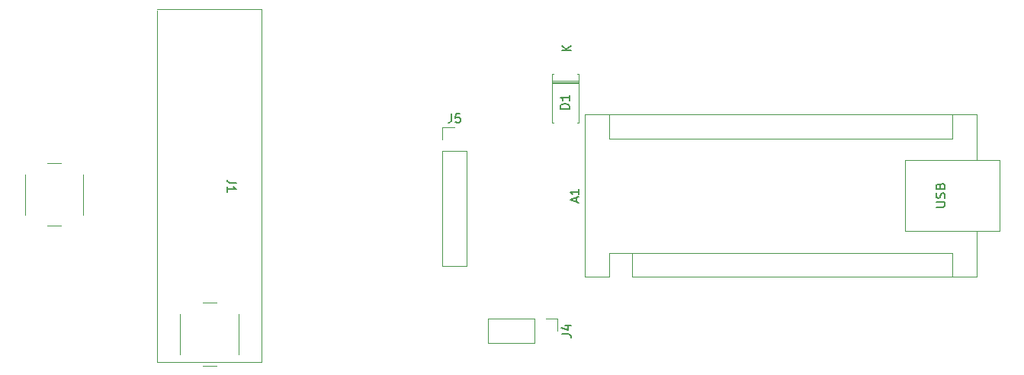
<source format=gbr>
%TF.GenerationSoftware,KiCad,Pcbnew,(6.0.9-0)*%
%TF.CreationDate,2023-02-24T22:58:19+01:00*%
%TF.ProjectId,FilamentSpoolScale,46696c61-6d65-46e7-9453-706f6f6c5363,rev?*%
%TF.SameCoordinates,Original*%
%TF.FileFunction,Legend,Top*%
%TF.FilePolarity,Positive*%
%FSLAX46Y46*%
G04 Gerber Fmt 4.6, Leading zero omitted, Abs format (unit mm)*
G04 Created by KiCad (PCBNEW (6.0.9-0)) date 2023-02-24 22:58:19*
%MOMM*%
%LPD*%
G01*
G04 APERTURE LIST*
%ADD10C,0.150000*%
%ADD11C,0.120000*%
G04 APERTURE END LIST*
D10*
%TO.C,A1*%
X87536666Y-48094285D02*
X87536666Y-47618095D01*
X87822380Y-48189523D02*
X86822380Y-47856190D01*
X87822380Y-47522857D01*
X87822380Y-46665714D02*
X87822380Y-47237142D01*
X87822380Y-46951428D02*
X86822380Y-46951428D01*
X86965238Y-47046666D01*
X87060476Y-47141904D01*
X87108095Y-47237142D01*
X127462380Y-48641904D02*
X128271904Y-48641904D01*
X128367142Y-48594285D01*
X128414761Y-48546666D01*
X128462380Y-48451428D01*
X128462380Y-48260952D01*
X128414761Y-48165714D01*
X128367142Y-48118095D01*
X128271904Y-48070476D01*
X127462380Y-48070476D01*
X128414761Y-47641904D02*
X128462380Y-47499047D01*
X128462380Y-47260952D01*
X128414761Y-47165714D01*
X128367142Y-47118095D01*
X128271904Y-47070476D01*
X128176666Y-47070476D01*
X128081428Y-47118095D01*
X128033809Y-47165714D01*
X127986190Y-47260952D01*
X127938571Y-47451428D01*
X127890952Y-47546666D01*
X127843333Y-47594285D01*
X127748095Y-47641904D01*
X127652857Y-47641904D01*
X127557619Y-47594285D01*
X127510000Y-47546666D01*
X127462380Y-47451428D01*
X127462380Y-47213333D01*
X127510000Y-47070476D01*
X127938571Y-46308571D02*
X127986190Y-46165714D01*
X128033809Y-46118095D01*
X128129047Y-46070476D01*
X128271904Y-46070476D01*
X128367142Y-46118095D01*
X128414761Y-46165714D01*
X128462380Y-46260952D01*
X128462380Y-46641904D01*
X127462380Y-46641904D01*
X127462380Y-46308571D01*
X127510000Y-46213333D01*
X127557619Y-46165714D01*
X127652857Y-46118095D01*
X127748095Y-46118095D01*
X127843333Y-46165714D01*
X127890952Y-46213333D01*
X127938571Y-46308571D01*
X127938571Y-46641904D01*
%TO.C,J1*%
X49747619Y-45966666D02*
X49033333Y-45966666D01*
X48890476Y-45919047D01*
X48795238Y-45823809D01*
X48747619Y-45680952D01*
X48747619Y-45585714D01*
X48747619Y-46966666D02*
X48747619Y-46395238D01*
X48747619Y-46680952D02*
X49747619Y-46680952D01*
X49604761Y-46585714D01*
X49509523Y-46490476D01*
X49461904Y-46395238D01*
%TO.C,D1*%
X86752380Y-37738095D02*
X85752380Y-37738095D01*
X85752380Y-37500000D01*
X85800000Y-37357142D01*
X85895238Y-37261904D01*
X85990476Y-37214285D01*
X86180952Y-37166666D01*
X86323809Y-37166666D01*
X86514285Y-37214285D01*
X86609523Y-37261904D01*
X86704761Y-37357142D01*
X86752380Y-37500000D01*
X86752380Y-37738095D01*
X86752380Y-36214285D02*
X86752380Y-36785714D01*
X86752380Y-36500000D02*
X85752380Y-36500000D01*
X85895238Y-36595238D01*
X85990476Y-36690476D01*
X86038095Y-36785714D01*
X86952380Y-31261904D02*
X85952380Y-31261904D01*
X86952380Y-30690476D02*
X86380952Y-31119047D01*
X85952380Y-30690476D02*
X86523809Y-31261904D01*
%TO.C,J5*%
X73666666Y-38272380D02*
X73666666Y-38986666D01*
X73619047Y-39129523D01*
X73523809Y-39224761D01*
X73380952Y-39272380D01*
X73285714Y-39272380D01*
X74619047Y-38272380D02*
X74142857Y-38272380D01*
X74095238Y-38748571D01*
X74142857Y-38700952D01*
X74238095Y-38653333D01*
X74476190Y-38653333D01*
X74571428Y-38700952D01*
X74619047Y-38748571D01*
X74666666Y-38843809D01*
X74666666Y-39081904D01*
X74619047Y-39177142D01*
X74571428Y-39224761D01*
X74476190Y-39272380D01*
X74238095Y-39272380D01*
X74142857Y-39224761D01*
X74095238Y-39177142D01*
%TO.C,J4*%
X85907380Y-62733333D02*
X86621666Y-62733333D01*
X86764523Y-62780952D01*
X86859761Y-62876190D01*
X86907380Y-63019047D01*
X86907380Y-63114285D01*
X86240714Y-61828571D02*
X86907380Y-61828571D01*
X85859761Y-62066666D02*
X86574047Y-62304761D01*
X86574047Y-61685714D01*
D11*
%TO.C,A1*%
X124070000Y-43440000D02*
X134490000Y-43440000D01*
X129280000Y-53730000D02*
X129280000Y-56400000D01*
X124070000Y-51320000D02*
X124070000Y-43440000D01*
X91180000Y-41030000D02*
X129280000Y-41030000D01*
X88510000Y-56400000D02*
X91180000Y-56400000D01*
X134490000Y-43440000D02*
X134490000Y-51320000D01*
X93720000Y-53730000D02*
X129280000Y-53730000D01*
X93720000Y-56400000D02*
X131950000Y-56400000D01*
X131950000Y-38360000D02*
X131950000Y-43440000D01*
X134490000Y-51320000D02*
X124070000Y-51320000D01*
X88510000Y-38360000D02*
X88510000Y-56400000D01*
X93720000Y-53730000D02*
X91180000Y-53730000D01*
X131950000Y-56400000D02*
X131950000Y-51320000D01*
X91180000Y-53730000D02*
X91180000Y-56400000D01*
X131950000Y-38360000D02*
X88510000Y-38360000D01*
X129280000Y-41030000D02*
X129280000Y-38360000D01*
X91180000Y-41030000D02*
X91180000Y-38360000D01*
X93720000Y-53730000D02*
X93720000Y-56400000D01*
%TO.C,J1*%
X52600000Y-65900000D02*
X41000000Y-65900000D01*
X41000000Y-26800000D02*
X41000000Y-65900000D01*
X52600000Y-26700000D02*
X41000000Y-26700000D01*
X52600000Y-26700000D02*
X52600000Y-65900000D01*
%TO.C,D1*%
X87770000Y-33880000D02*
X87770000Y-39320000D01*
X87770000Y-34660000D02*
X84830000Y-34660000D01*
X87640000Y-33880000D02*
X87770000Y-33880000D01*
X87770000Y-34900000D02*
X84830000Y-34900000D01*
X84830000Y-39320000D02*
X84960000Y-39320000D01*
X87770000Y-34780000D02*
X84830000Y-34780000D01*
X87770000Y-39320000D02*
X87640000Y-39320000D01*
X84960000Y-33880000D02*
X84830000Y-33880000D01*
X84830000Y-33880000D02*
X84830000Y-39320000D01*
%TO.C,SW1*%
X43550000Y-60500000D02*
X43550000Y-65000000D01*
X46050000Y-66250000D02*
X47550000Y-66250000D01*
X50050000Y-65000000D02*
X50050000Y-60500000D01*
X47550000Y-59250000D02*
X46050000Y-59250000D01*
%TO.C,J5*%
X72670000Y-55180000D02*
X75330000Y-55180000D01*
X75330000Y-42420000D02*
X75330000Y-55180000D01*
X72670000Y-41150000D02*
X72670000Y-39820000D01*
X72670000Y-39820000D02*
X74000000Y-39820000D01*
X72670000Y-42420000D02*
X75330000Y-42420000D01*
X72670000Y-42420000D02*
X72670000Y-55180000D01*
%TO.C,J4*%
X82855000Y-61070000D02*
X77715000Y-61070000D01*
X77715000Y-61070000D02*
X77715000Y-63730000D01*
X85455000Y-61070000D02*
X85455000Y-62400000D01*
X82855000Y-63730000D02*
X77715000Y-63730000D01*
X82855000Y-61070000D02*
X82855000Y-63730000D01*
X84125000Y-61070000D02*
X85455000Y-61070000D01*
%TO.C,SW2*%
X32800000Y-49500000D02*
X32800000Y-45000000D01*
X28800000Y-50750000D02*
X30300000Y-50750000D01*
X30300000Y-43750000D02*
X28800000Y-43750000D01*
X26300000Y-45000000D02*
X26300000Y-49500000D01*
%TD*%
M02*

</source>
